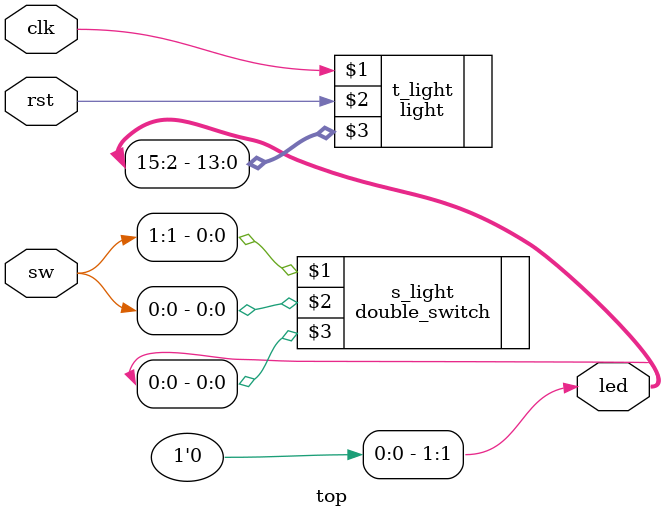
<source format=v>
module top(
	input clk,
	input rst,
	input [1:0] sw,
	output [15:0] led
	);
	light t_light(clk,rst, led[15:2]);
	double_switch s_light(sw[1],sw[0],led[0]);
	assign led[1] = 0;
endmodule


</source>
